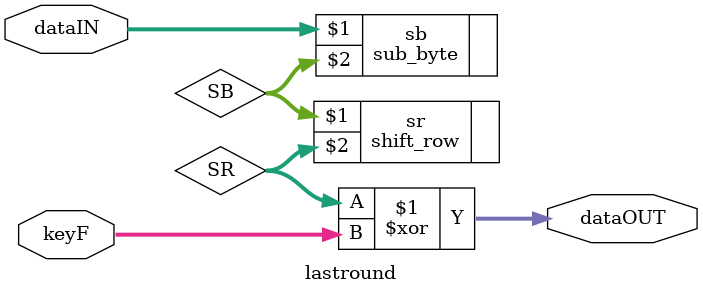
<source format=v>
module lastround(dataIN,dataOUT,keyF);
input [127:0]keyF;
input [127:0]dataIN;
output [127:0]dataOUT;

wire [127:0]SB;
wire [127:0]SR;

//SubByte
sub_byte sb(dataIN,SB);

//shiftrow
shift_row sr(SB,SR);

assign dataOUT[127:0]=SR[127:0] ^ keyF[127:0];

endmodule

</source>
